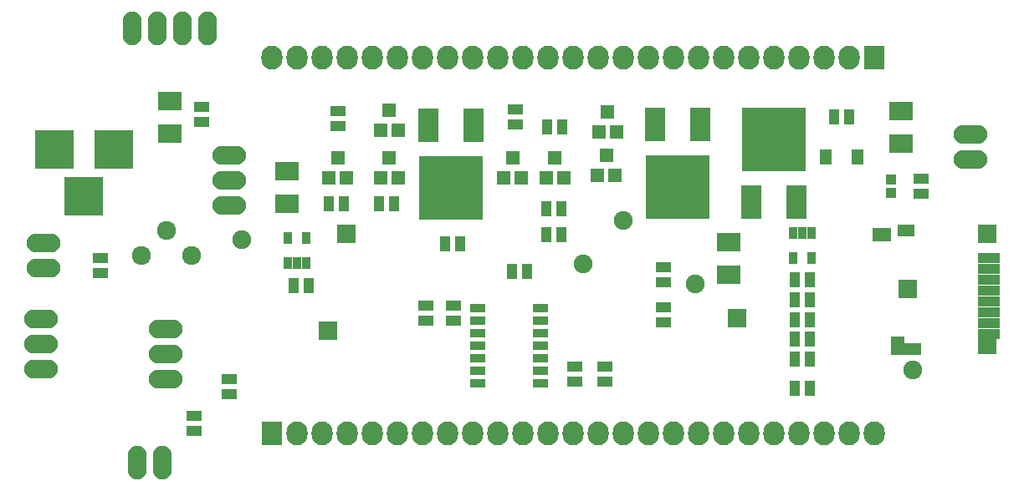
<source format=gts>
G04 #@! TF.FileFunction,Soldermask,Top*
%FSLAX46Y46*%
G04 Gerber Fmt 4.6, Leading zero omitted, Abs format (unit mm)*
G04 Created by KiCad (PCBNEW 4.0.7-e2-6376~58~ubuntu14.04.1) date Thu Jan 18 16:09:12 2018*
%MOMM*%
%LPD*%
G01*
G04 APERTURE LIST*
%ADD10C,0.100000*%
%ADD11R,1.543000X1.035000*%
%ADD12R,2.432000X1.924000*%
%ADD13R,3.900120X3.900120*%
%ADD14R,1.310000X1.620000*%
%ADD15R,1.100000X1.000000*%
%ADD16O,3.414980X1.906220*%
%ADD17R,2.127200X2.432000*%
%ADD18O,2.127200X2.432000*%
%ADD19O,1.906220X3.414980*%
%ADD20R,1.314400X1.314400*%
%ADD21R,2.051000X3.448000*%
%ADD22R,6.496000X6.496000*%
%ADD23R,1.035000X1.543000*%
%ADD24R,0.908000X1.162000*%
%ADD25C,1.900000*%
%ADD26R,1.543000X0.908000*%
%ADD27R,1.400000X1.850000*%
%ADD28R,1.900000X1.200000*%
%ADD29R,1.950000X1.400000*%
%ADD30R,1.900000X1.700000*%
%ADD31R,1.900000X1.900000*%
%ADD32R,1.800000X1.200000*%
%ADD33R,2.200000X1.100000*%
%ADD34C,1.924000*%
G04 APERTURE END LIST*
D10*
D11*
X79200000Y-65938000D03*
X79200000Y-67462000D03*
D12*
X76000000Y-65349000D03*
X76000000Y-68651000D03*
X150000000Y-69651000D03*
X150000000Y-66349000D03*
X132600000Y-82951000D03*
X132600000Y-79649000D03*
D13*
X70300140Y-70300000D03*
X64300660Y-70300000D03*
X67300400Y-74999000D03*
D14*
X145635000Y-71000000D03*
X142365000Y-71000000D03*
D15*
X149000000Y-74700000D03*
X149000000Y-73300000D03*
D16*
X75600000Y-88460000D03*
X75600000Y-91000000D03*
X75600000Y-93540000D03*
D17*
X86360000Y-99060000D03*
D18*
X88900000Y-99060000D03*
X91440000Y-99060000D03*
X93980000Y-99060000D03*
X96520000Y-99060000D03*
X99060000Y-99060000D03*
X101600000Y-99060000D03*
X104140000Y-99060000D03*
X106680000Y-99060000D03*
X109220000Y-99060000D03*
X111760000Y-99060000D03*
X114300000Y-99060000D03*
X116840000Y-99060000D03*
X119380000Y-99060000D03*
X121920000Y-99060000D03*
X124460000Y-99060000D03*
X127000000Y-99060000D03*
X129540000Y-99060000D03*
X132080000Y-99060000D03*
X134620000Y-99060000D03*
X137160000Y-99060000D03*
X139700000Y-99060000D03*
X142240000Y-99060000D03*
X144780000Y-99060000D03*
X147320000Y-99060000D03*
D17*
X147320000Y-60960000D03*
D18*
X144780000Y-60960000D03*
X142240000Y-60960000D03*
X139700000Y-60960000D03*
X137160000Y-60960000D03*
X134620000Y-60960000D03*
X132080000Y-60960000D03*
X129540000Y-60960000D03*
X127000000Y-60960000D03*
X124460000Y-60960000D03*
X121920000Y-60960000D03*
X119380000Y-60960000D03*
X116840000Y-60960000D03*
X114300000Y-60960000D03*
X111760000Y-60960000D03*
X109220000Y-60960000D03*
X106680000Y-60960000D03*
X104140000Y-60960000D03*
X101600000Y-60960000D03*
X99060000Y-60960000D03*
X96520000Y-60960000D03*
X93980000Y-60960000D03*
X91440000Y-60960000D03*
X88900000Y-60960000D03*
X86360000Y-60960000D03*
D19*
X72730000Y-102000000D03*
X75270000Y-102000000D03*
D16*
X63000000Y-87460000D03*
X63000000Y-90000000D03*
X63000000Y-92540000D03*
X63200000Y-79730000D03*
X63200000Y-82270000D03*
D19*
X72190000Y-58000000D03*
X79810000Y-58000000D03*
X77270000Y-58000000D03*
X74730000Y-58000000D03*
D16*
X157000000Y-71270000D03*
X157000000Y-68730000D03*
D20*
X93889000Y-73116000D03*
X92111000Y-73116000D03*
X93000000Y-71084000D03*
X99089000Y-68316000D03*
X97311000Y-68316000D03*
X98200000Y-66284000D03*
X99089000Y-73116000D03*
X97311000Y-73116000D03*
X98200000Y-71084000D03*
D21*
X106786000Y-67800000D03*
D22*
X104500000Y-74150000D03*
D21*
X102214000Y-67800000D03*
D20*
X115889000Y-73116000D03*
X114111000Y-73116000D03*
X115000000Y-71084000D03*
X111589000Y-73116000D03*
X109811000Y-73116000D03*
X110700000Y-71084000D03*
X121189000Y-68516000D03*
X119411000Y-68516000D03*
X120300000Y-66484000D03*
X121089000Y-72916000D03*
X119311000Y-72916000D03*
X120200000Y-70884000D03*
D21*
X129686000Y-67700000D03*
D22*
X127400000Y-74050000D03*
D21*
X125114000Y-67700000D03*
D23*
X97138000Y-75800000D03*
X98662000Y-75800000D03*
X115662000Y-78900000D03*
X114138000Y-78900000D03*
D11*
X104700000Y-86138000D03*
X104700000Y-87662000D03*
X101900000Y-87662000D03*
X101900000Y-86138000D03*
D23*
X92138000Y-75800000D03*
X93662000Y-75800000D03*
X114138000Y-76300000D03*
X115662000Y-76300000D03*
X105362000Y-79800000D03*
X103838000Y-79800000D03*
D11*
X93000000Y-66338000D03*
X93000000Y-67862000D03*
D23*
X110638000Y-82600000D03*
X112162000Y-82600000D03*
X139238000Y-83500000D03*
X140762000Y-83500000D03*
X139238000Y-87500000D03*
X140762000Y-87500000D03*
X139238000Y-89500000D03*
X140762000Y-89500000D03*
X139238000Y-85500000D03*
X140762000Y-85500000D03*
X139238000Y-91500000D03*
X140762000Y-91500000D03*
D11*
X78500000Y-97238000D03*
X78500000Y-98762000D03*
X111000000Y-66238000D03*
X111000000Y-67762000D03*
D23*
X115762000Y-68000000D03*
X114238000Y-68000000D03*
D11*
X82000000Y-93538000D03*
X82000000Y-95062000D03*
X69000000Y-82762000D03*
X69000000Y-81238000D03*
X117000000Y-93762000D03*
X117000000Y-92238000D03*
D21*
X134814000Y-75600000D03*
D22*
X137100000Y-69250000D03*
D21*
X139386000Y-75600000D03*
D24*
X140952500Y-78730000D03*
X139047500Y-78730000D03*
X140952500Y-81270000D03*
X140000000Y-78730000D03*
X139047500Y-81270000D03*
D11*
X120000000Y-92238000D03*
X120000000Y-93762000D03*
D23*
X143238000Y-67000000D03*
X144762000Y-67000000D03*
D11*
X152000000Y-73238000D03*
X152000000Y-74762000D03*
X126000000Y-82238000D03*
X126000000Y-83762000D03*
X126000000Y-86238000D03*
X126000000Y-87762000D03*
D25*
X121900000Y-77500000D03*
X117800000Y-81900000D03*
X83300000Y-79400000D03*
X129200000Y-83900000D03*
X151200000Y-92600000D03*
D26*
X107188000Y-86360000D03*
X107188000Y-87630000D03*
X107188000Y-88900000D03*
X107188000Y-90170000D03*
X107188000Y-91440000D03*
X107188000Y-92710000D03*
X107188000Y-93980000D03*
X113538000Y-93980000D03*
X113538000Y-92710000D03*
X113538000Y-90170000D03*
X113538000Y-88900000D03*
X113538000Y-87630000D03*
X113538000Y-86360000D03*
X113538000Y-91440000D03*
D27*
X149650000Y-90200000D03*
D28*
X151150000Y-90500000D03*
D29*
X148075000Y-78900000D03*
D30*
X158750000Y-90200000D03*
D31*
X158750000Y-78850000D03*
D32*
X150500000Y-78500000D03*
D33*
X158900000Y-87900000D03*
X158900000Y-89000000D03*
X158900000Y-86800000D03*
X158900000Y-85700000D03*
X158900000Y-84600000D03*
X158900000Y-81300000D03*
X158900000Y-82400000D03*
X158900000Y-83500000D03*
D23*
X139238000Y-94500000D03*
X140762000Y-94500000D03*
D12*
X87900000Y-75751000D03*
X87900000Y-72449000D03*
D16*
X82000000Y-75940000D03*
X82000000Y-73400000D03*
X82000000Y-70860000D03*
D31*
X92000000Y-88600000D03*
X133400000Y-87400000D03*
X93900000Y-78800000D03*
X150700000Y-84400000D03*
D23*
X90062000Y-84100000D03*
X88538000Y-84100000D03*
D24*
X87947500Y-81770000D03*
X89852500Y-81770000D03*
X87947500Y-79230000D03*
X88900000Y-81770000D03*
X89852500Y-79230000D03*
D34*
X75640000Y-78460000D03*
X73100000Y-81000000D03*
X78180000Y-81000000D03*
M02*

</source>
